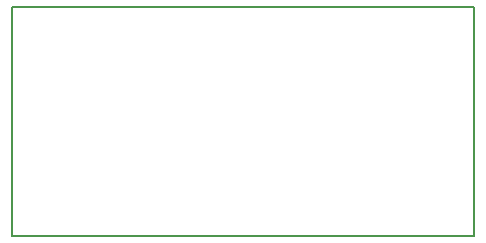
<source format=gbr>
G04 #@! TF.FileFunction,Profile,NP*
%FSLAX46Y46*%
G04 Gerber Fmt 4.6, Leading zero omitted, Abs format (unit mm)*
G04 Created by KiCad (PCBNEW 0.201602201416+6573~42~ubuntu14.04.1-product) date mer. 24 févr. 2016 22:05:03 CET*
%MOMM*%
G01*
G04 APERTURE LIST*
%ADD10C,0.100000*%
%ADD11C,0.150000*%
G04 APERTURE END LIST*
D10*
D11*
X153035000Y-101600000D02*
X113982500Y-101600000D01*
X153035000Y-121031000D02*
X153035000Y-101600000D01*
X113982500Y-121031000D02*
X153035000Y-121031000D01*
X113982500Y-101600000D02*
X113982500Y-121031000D01*
M02*

</source>
